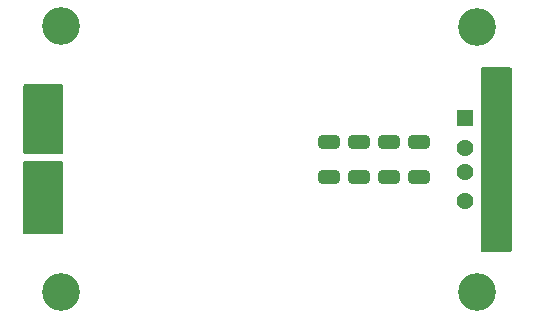
<source format=gbr>
%TF.GenerationSoftware,KiCad,Pcbnew,7.0.1*%
%TF.CreationDate,2023-04-26T12:17:49+02:00*%
%TF.ProjectId,L5988D_RPI_POWER_SUPPLY,4c353938-3844-45f5-9250-495f504f5745,rev?*%
%TF.SameCoordinates,Original*%
%TF.FileFunction,Soldermask,Bot*%
%TF.FilePolarity,Negative*%
%FSLAX46Y46*%
G04 Gerber Fmt 4.6, Leading zero omitted, Abs format (unit mm)*
G04 Created by KiCad (PCBNEW 7.0.1) date 2023-04-26 12:17:49*
%MOMM*%
%LPD*%
G01*
G04 APERTURE LIST*
G04 Aperture macros list*
%AMRoundRect*
0 Rectangle with rounded corners*
0 $1 Rounding radius*
0 $2 $3 $4 $5 $6 $7 $8 $9 X,Y pos of 4 corners*
0 Add a 4 corners polygon primitive as box body*
4,1,4,$2,$3,$4,$5,$6,$7,$8,$9,$2,$3,0*
0 Add four circle primitives for the rounded corners*
1,1,$1+$1,$2,$3*
1,1,$1+$1,$4,$5*
1,1,$1+$1,$6,$7*
1,1,$1+$1,$8,$9*
0 Add four rect primitives between the rounded corners*
20,1,$1+$1,$2,$3,$4,$5,0*
20,1,$1+$1,$4,$5,$6,$7,0*
20,1,$1+$1,$6,$7,$8,$9,0*
20,1,$1+$1,$8,$9,$2,$3,0*%
G04 Aperture macros list end*
%ADD10C,3.200000*%
%ADD11RoundRect,0.250000X-0.650000X0.325000X-0.650000X-0.325000X0.650000X-0.325000X0.650000X0.325000X0*%
%ADD12C,2.300000*%
%ADD13R,1.428000X1.428000*%
%ADD14C,1.428000*%
G04 APERTURE END LIST*
D10*
%TO.C,REF\u002A\u002A*%
X150317200Y-72796400D03*
%TD*%
%TO.C,REF\u002A\u002A*%
X150317200Y-95300800D03*
%TD*%
%TO.C,REF\u002A\u002A*%
X185572400Y-95351600D03*
%TD*%
%TO.C,REF\u002A\u002A*%
X185572400Y-72847200D03*
%TD*%
D11*
%TO.C,Cout4*%
X180644800Y-82648000D03*
X180644800Y-85598000D03*
%TD*%
%TO.C,Cout2*%
X175564800Y-82648000D03*
X175564800Y-85598000D03*
%TD*%
D12*
%TO.C,P1*%
X187248800Y-77538000D03*
X187248800Y-90678000D03*
D13*
X184538800Y-80608000D03*
D14*
X184538800Y-83108000D03*
X184538800Y-85108000D03*
X184538800Y-87608000D03*
%TD*%
D11*
%TO.C,Cout1*%
X173024800Y-82648000D03*
X173024800Y-85598000D03*
%TD*%
%TO.C,Cout3*%
X178104800Y-82648000D03*
X178104800Y-85598000D03*
%TD*%
G36*
X150458400Y-77740613D02*
G01*
X150503787Y-77786000D01*
X150520400Y-77848000D01*
X150520400Y-83492800D01*
X150503787Y-83554800D01*
X150458400Y-83600187D01*
X150396400Y-83616800D01*
X147291600Y-83616800D01*
X147229600Y-83600187D01*
X147184213Y-83554800D01*
X147167600Y-83492800D01*
X147167600Y-77848000D01*
X147184213Y-77786000D01*
X147229600Y-77740613D01*
X147291600Y-77724000D01*
X150396400Y-77724000D01*
X150458400Y-77740613D01*
G37*
G36*
X150395330Y-84201823D02*
G01*
X150457310Y-84218443D01*
X150502683Y-84263819D01*
X150519298Y-84325801D01*
X150520378Y-90299978D01*
X150503773Y-90361987D01*
X150458384Y-90407383D01*
X150396378Y-90424000D01*
X147291600Y-90424000D01*
X147229600Y-90407387D01*
X147184213Y-90362000D01*
X147167600Y-90300000D01*
X147167600Y-84325032D01*
X147184218Y-84263023D01*
X147229618Y-84217634D01*
X147291632Y-84201032D01*
X150395330Y-84201823D01*
G37*
G36*
X188456800Y-76318213D02*
G01*
X188502187Y-76363600D01*
X188518800Y-76425600D01*
X188518800Y-91773200D01*
X188502187Y-91835200D01*
X188456800Y-91880587D01*
X188394800Y-91897200D01*
X186001200Y-91897200D01*
X185939200Y-91880587D01*
X185893813Y-91835200D01*
X185877200Y-91773200D01*
X185877200Y-76425600D01*
X185893813Y-76363600D01*
X185939200Y-76318213D01*
X186001200Y-76301600D01*
X188394800Y-76301600D01*
X188456800Y-76318213D01*
G37*
M02*

</source>
